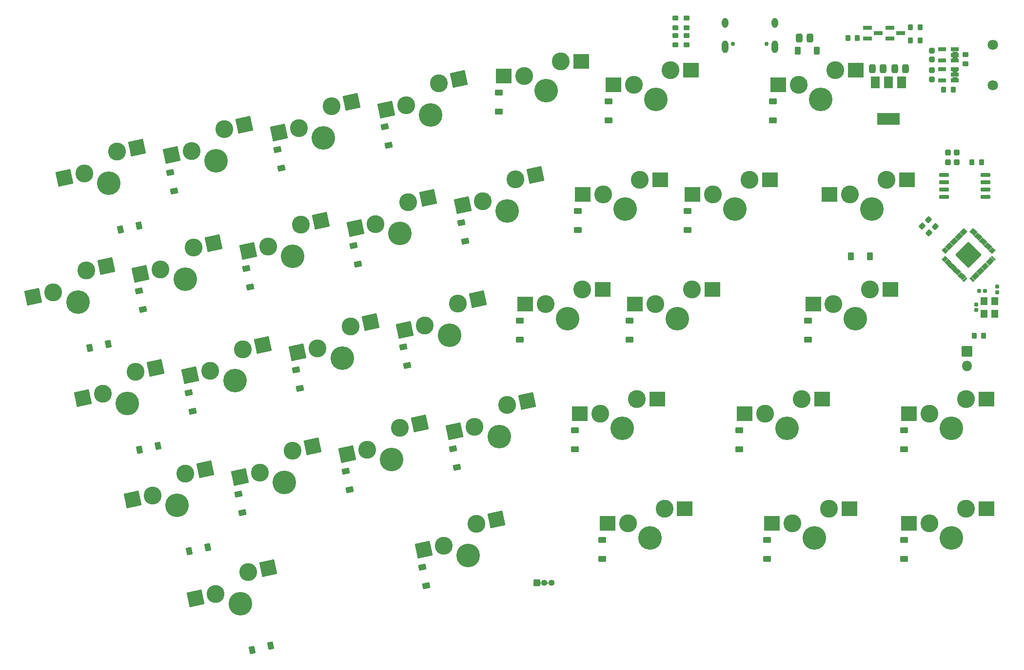
<source format=gbs>
G04 #@! TF.GenerationSoftware,KiCad,Pcbnew,(6.0.10)*
G04 #@! TF.CreationDate,2023-01-02T23:24:36+01:00*
G04 #@! TF.ProjectId,arisu,61726973-752e-46b6-9963-61645f706362,1.1*
G04 #@! TF.SameCoordinates,Original*
G04 #@! TF.FileFunction,Soldermask,Bot*
G04 #@! TF.FilePolarity,Negative*
%FSLAX46Y46*%
G04 Gerber Fmt 4.6, Leading zero omitted, Abs format (unit mm)*
G04 Created by KiCad (PCBNEW (6.0.10)) date 2023-01-02 23:24:36*
%MOMM*%
%LPD*%
G01*
G04 APERTURE LIST*
G04 Aperture macros list*
%AMRoundRect*
0 Rectangle with rounded corners*
0 $1 Rounding radius*
0 $2 $3 $4 $5 $6 $7 $8 $9 X,Y pos of 4 corners*
0 Add a 4 corners polygon primitive as box body*
4,1,4,$2,$3,$4,$5,$6,$7,$8,$9,$2,$3,0*
0 Add four circle primitives for the rounded corners*
1,1,$1+$1,$2,$3*
1,1,$1+$1,$4,$5*
1,1,$1+$1,$6,$7*
1,1,$1+$1,$8,$9*
0 Add four rect primitives between the rounded corners*
20,1,$1+$1,$2,$3,$4,$5,0*
20,1,$1+$1,$4,$5,$6,$7,0*
20,1,$1+$1,$6,$7,$8,$9,0*
20,1,$1+$1,$8,$9,$2,$3,0*%
G04 Aperture macros list end*
%ADD10C,4.102000*%
%ADD11C,3.102000*%
%ADD12C,0.902000*%
%ADD13RoundRect,0.051000X-0.987249X-1.487772X1.507028X-0.957597X0.987249X1.487772X-1.507028X0.957597X0*%
%ADD14RoundRect,0.051000X-1.275000X-1.250000X1.275000X-1.250000X1.275000X1.250000X-1.275000X1.250000X0*%
%ADD15C,1.802000*%
%ADD16RoundRect,0.051000X0.500000X-0.500000X0.500000X0.500000X-0.500000X0.500000X-0.500000X-0.500000X0*%
%ADD17O,1.102000X1.102000*%
%ADD18C,0.752000*%
%ADD19O,1.102000X1.702000*%
%ADD20O,1.102000X2.202000*%
%ADD21RoundRect,0.051000X-0.850000X-0.850000X0.850000X-0.850000X0.850000X0.850000X-0.850000X0.850000X0*%
%ADD22O,1.802000X1.802000*%
%ADD23RoundRect,0.051000X0.600000X-0.450000X0.600000X0.450000X-0.600000X0.450000X-0.600000X-0.450000X0*%
%ADD24RoundRect,0.201000X0.512500X0.150000X-0.512500X0.150000X-0.512500X-0.150000X0.512500X-0.150000X0*%
%ADD25RoundRect,0.051000X0.680449X-0.315419X0.493328X0.564913X-0.680449X0.315419X-0.493328X-0.564913X0*%
%ADD26RoundRect,0.201000X-0.587500X-0.150000X0.587500X-0.150000X0.587500X0.150000X-0.587500X0.150000X0*%
%ADD27RoundRect,0.301000X0.250000X0.475000X-0.250000X0.475000X-0.250000X-0.475000X0.250000X-0.475000X0*%
%ADD28RoundRect,0.251000X-0.335876X-0.053033X-0.053033X-0.335876X0.335876X0.053033X0.053033X0.335876X0*%
%ADD29RoundRect,0.251000X-0.200000X-0.275000X0.200000X-0.275000X0.200000X0.275000X-0.200000X0.275000X0*%
%ADD30RoundRect,0.051000X0.315419X0.680449X-0.564913X0.493328X-0.315419X-0.680449X0.564913X-0.493328X0*%
%ADD31RoundRect,0.051000X0.450000X0.600000X-0.450000X0.600000X-0.450000X-0.600000X0.450000X-0.600000X0*%
%ADD32RoundRect,0.186000X0.135000X0.185000X-0.135000X0.185000X-0.135000X-0.185000X0.135000X-0.185000X0*%
%ADD33RoundRect,0.201000X0.650000X0.150000X-0.650000X0.150000X-0.650000X-0.150000X0.650000X-0.150000X0*%
%ADD34RoundRect,0.251000X-0.275000X0.200000X-0.275000X-0.200000X0.275000X-0.200000X0.275000X0.200000X0*%
%ADD35RoundRect,0.251000X0.200000X0.275000X-0.200000X0.275000X-0.200000X-0.275000X0.200000X-0.275000X0*%
%ADD36RoundRect,0.276000X-0.250000X0.225000X-0.250000X-0.225000X0.250000X-0.225000X0.250000X0.225000X0*%
%ADD37RoundRect,0.051000X-0.500000X0.650000X-0.500000X-0.650000X0.500000X-0.650000X0.500000X0.650000X0*%
%ADD38RoundRect,0.301000X-0.250000X-0.475000X0.250000X-0.475000X0.250000X0.475000X-0.250000X0.475000X0*%
%ADD39RoundRect,0.276000X-0.225000X-0.250000X0.225000X-0.250000X0.225000X0.250000X-0.225000X0.250000X0*%
%ADD40RoundRect,0.191000X0.170000X-0.140000X0.170000X0.140000X-0.170000X0.140000X-0.170000X-0.140000X0*%
%ADD41RoundRect,0.101000X0.238649X0.309359X-0.309359X-0.238649X-0.238649X-0.309359X0.309359X0.238649X0*%
%ADD42RoundRect,0.101000X-0.238649X0.309359X-0.309359X0.238649X0.238649X-0.309359X0.309359X-0.238649X0*%
%ADD43C,0.702000*%
%ADD44RoundRect,0.195000X0.000000X2.059095X-2.059095X0.000000X0.000000X-2.059095X2.059095X0.000000X0*%
%ADD45RoundRect,0.051000X-0.750000X1.000000X-0.750000X-1.000000X0.750000X-1.000000X0.750000X1.000000X0*%
%ADD46RoundRect,0.051000X-1.900000X1.000000X-1.900000X-1.000000X1.900000X-1.000000X1.900000X1.000000X0*%
G04 APERTURE END LIST*
D10*
X318842515Y-92551695D03*
D11*
X314587677Y-90859344D03*
X320270819Y-87054609D03*
D12*
X323026835Y-85783832D03*
X324509409Y-86746627D03*
X324249519Y-85523942D03*
D13*
X323743242Y-86316523D03*
D12*
X323286724Y-87006516D03*
X311824195Y-91998804D03*
X310601511Y-92258693D03*
X311564306Y-90776119D03*
D13*
X311115253Y-91597430D03*
D12*
X310341621Y-91036009D03*
D11*
X265438241Y-42879578D03*
X271121383Y-39074843D03*
D10*
X269693079Y-44571929D03*
D13*
X274593806Y-38336757D03*
D12*
X275359973Y-38766861D03*
X274137288Y-39026750D03*
X273877399Y-37804066D03*
X275100083Y-37544176D03*
X261192185Y-43056243D03*
X262414870Y-42796353D03*
X261452075Y-44278927D03*
X262674759Y-44019038D03*
D13*
X261965817Y-43617664D03*
D10*
X288326790Y-40611208D03*
D11*
X289755094Y-35114122D03*
X284071952Y-38918857D03*
D12*
X292770999Y-35066029D03*
X293733794Y-33583455D03*
X292511110Y-33843345D03*
X293993684Y-34806140D03*
D13*
X293227517Y-34376036D03*
D12*
X279825896Y-39095522D03*
X280085786Y-40318206D03*
X281308470Y-40058317D03*
D13*
X280599528Y-39656943D03*
D12*
X281048581Y-38835632D03*
D11*
X287334846Y-77176509D03*
X293017988Y-73371774D03*
D10*
X291589684Y-78868860D03*
D12*
X295774004Y-72100997D03*
D13*
X296490411Y-72633688D03*
D12*
X296033893Y-73323681D03*
X297256578Y-73063792D03*
X296996688Y-71841107D03*
X284571364Y-78315969D03*
X283088790Y-77353174D03*
D13*
X283862422Y-77914595D03*
D12*
X283348680Y-78575858D03*
X284311475Y-77093284D03*
D11*
X370944213Y-62990001D03*
X364594213Y-65530001D03*
D10*
X368404213Y-68070001D03*
D12*
X375154213Y-63570001D03*
X375154213Y-62320001D03*
X373904213Y-63570001D03*
D14*
X374494213Y-62990001D03*
D12*
X373904213Y-62320001D03*
X361654213Y-66070001D03*
X361654213Y-64820001D03*
X360404213Y-64820001D03*
X360404213Y-66070001D03*
D14*
X361044213Y-65530001D03*
D10*
X281575093Y-100473129D03*
D11*
X283003397Y-94976043D03*
X277320255Y-98780778D03*
D12*
X287241987Y-94668061D03*
X286019302Y-94927950D03*
X285759413Y-93705266D03*
D13*
X286475820Y-94237957D03*
D12*
X286982097Y-93445376D03*
D13*
X273847831Y-99518864D03*
D12*
X273334089Y-100180127D03*
X273074199Y-98957443D03*
X274556773Y-99920238D03*
X274296884Y-98697553D03*
D10*
X359364216Y-49020000D03*
D11*
X361904216Y-43940000D03*
X355554216Y-46480000D03*
D14*
X365454216Y-43940000D03*
D12*
X366114216Y-43270000D03*
X364864216Y-44520000D03*
X366114216Y-44520000D03*
X364864216Y-43270000D03*
D14*
X352004216Y-46480000D03*
D12*
X351364216Y-45770000D03*
X352614216Y-47020000D03*
X352614216Y-45770000D03*
X351364216Y-47020000D03*
D10*
X345674213Y-28469616D03*
D11*
X341864213Y-25929616D03*
X348214213Y-23389616D03*
D12*
X352424213Y-23969616D03*
X352424213Y-22719616D03*
D14*
X351764213Y-23389616D03*
D12*
X351174213Y-23969616D03*
X351174213Y-22719616D03*
X337674213Y-26469616D03*
D14*
X338314213Y-25929616D03*
D12*
X337674213Y-25219616D03*
X338924213Y-26469616D03*
X338924213Y-25219616D03*
D11*
X311651698Y-69411057D03*
X305968556Y-73215792D03*
D10*
X310223394Y-74908143D03*
D12*
X315630398Y-67880390D03*
X315890288Y-69103075D03*
X314667603Y-69362964D03*
D13*
X315124121Y-68672971D03*
D12*
X314407714Y-68140280D03*
X303205074Y-74355252D03*
X301982390Y-74615141D03*
D13*
X302496132Y-73953878D03*
D12*
X302945185Y-73132567D03*
X301722500Y-73392457D03*
D11*
X355069232Y-84580000D03*
X361419232Y-82040000D03*
D10*
X358879232Y-87120000D03*
D12*
X364379232Y-82620000D03*
X365629232Y-81370000D03*
X364379232Y-81370000D03*
D14*
X364969232Y-82040000D03*
D12*
X365629232Y-82620000D03*
D14*
X351519232Y-84580000D03*
D12*
X352129232Y-83870000D03*
X350879232Y-85120000D03*
X350879232Y-83870000D03*
X352129232Y-85120000D03*
D11*
X260082012Y-63493674D03*
D10*
X264336850Y-65186025D03*
D11*
X265765154Y-59688939D03*
D12*
X268781059Y-59640846D03*
X270003744Y-59380957D03*
X269743854Y-58158272D03*
X268521170Y-58418162D03*
D13*
X269237577Y-58950853D03*
X256609588Y-64231760D03*
D12*
X257058641Y-63410449D03*
X256095846Y-64893023D03*
X255835956Y-63670339D03*
X257318530Y-64633134D03*
D11*
X333548418Y-103707941D03*
D10*
X332120114Y-109205027D03*
D11*
X327865276Y-107512676D03*
D12*
X337787008Y-103399959D03*
X337527118Y-102177274D03*
X336304434Y-102437164D03*
X336564323Y-103659848D03*
D13*
X337020841Y-102969855D03*
X324392852Y-108250762D03*
D12*
X325101794Y-108652136D03*
X324841905Y-107429451D03*
X323619220Y-107689341D03*
X323879110Y-108912025D03*
D11*
X321666291Y-47806788D03*
D10*
X320237987Y-53303874D03*
D11*
X315983149Y-51611523D03*
D12*
X324422307Y-46536011D03*
X325644991Y-46276121D03*
D13*
X325138714Y-47068702D03*
D12*
X325904881Y-47498806D03*
X324682196Y-47758695D03*
D13*
X312510725Y-52349609D03*
D12*
X313219667Y-52750983D03*
X311737093Y-51788188D03*
X312959778Y-51528298D03*
X311996983Y-53010872D03*
D10*
X349354213Y-68070002D03*
D11*
X351894213Y-62990002D03*
X345544213Y-65530002D03*
D12*
X356104213Y-62320002D03*
X354854213Y-62320002D03*
D14*
X355444213Y-62990002D03*
D12*
X356104213Y-63570002D03*
X354854213Y-63570002D03*
X342604213Y-66070002D03*
X342604213Y-64820002D03*
X341354213Y-64820002D03*
D14*
X341994213Y-65530002D03*
D12*
X341354213Y-66070002D03*
D11*
X284398866Y-55728220D03*
X278715724Y-59532955D03*
D10*
X282970562Y-61225306D03*
D12*
X287154882Y-54457443D03*
X288377566Y-54197553D03*
D13*
X287871289Y-54990134D03*
D12*
X287414771Y-55680127D03*
X288637456Y-55420238D03*
D13*
X275243300Y-60271041D03*
D12*
X274729558Y-60932304D03*
X274469668Y-59709620D03*
X275692353Y-59449730D03*
X275952242Y-60672415D03*
D11*
X340300002Y-43846069D03*
D10*
X338871698Y-49343155D03*
D11*
X334616860Y-47650804D03*
D12*
X343056018Y-42575292D03*
X343315907Y-43797976D03*
X344278702Y-42315402D03*
X344538592Y-43538087D03*
D13*
X343772425Y-43107983D03*
D12*
X331853378Y-48790264D03*
X331593489Y-47567579D03*
X330630694Y-49050153D03*
X330370804Y-47827469D03*
D13*
X331144436Y-48388890D03*
D10*
X325594212Y-32689775D03*
D11*
X327022516Y-27192689D03*
X321339374Y-30997424D03*
D12*
X331001216Y-25662022D03*
D13*
X330494939Y-26454603D03*
D12*
X329778532Y-25921912D03*
X331261106Y-26884707D03*
X330038421Y-27144596D03*
D13*
X317866950Y-31735510D03*
D12*
X317353208Y-32396773D03*
X318316003Y-30914199D03*
X317093318Y-31174089D03*
X318575892Y-32136884D03*
D10*
X337476226Y-88590979D03*
D11*
X333221388Y-86898628D03*
X338904530Y-83093893D03*
D12*
X342883230Y-81563226D03*
X341920435Y-83045800D03*
X341660546Y-81823116D03*
D13*
X342376953Y-82355807D03*
D12*
X343143120Y-82785911D03*
X330457906Y-88038088D03*
X328975332Y-87075293D03*
X330198017Y-86815403D03*
X329235222Y-88297977D03*
D13*
X329748964Y-87636714D03*
D10*
X328857108Y-70947425D03*
D11*
X330285412Y-65450339D03*
X324602270Y-69255074D03*
D12*
X334264112Y-63919672D03*
D13*
X333757835Y-64712253D03*
D12*
X334524002Y-65142357D03*
X333041428Y-64179562D03*
X333301317Y-65402246D03*
D13*
X321129846Y-69993160D03*
D12*
X320616104Y-70654423D03*
X321578899Y-69171849D03*
X320356214Y-69431739D03*
X321838788Y-70394534D03*
D10*
X306960502Y-36650493D03*
D11*
X302705664Y-34958142D03*
X308388806Y-31153407D03*
D12*
X311144822Y-29882630D03*
X312627396Y-30845425D03*
X312367506Y-29622740D03*
X311404711Y-31105314D03*
D13*
X311861229Y-30415321D03*
D12*
X298719498Y-36357491D03*
D13*
X299233240Y-35696228D03*
D12*
X298459608Y-35134807D03*
X299682293Y-34874917D03*
X299942182Y-36097602D03*
D11*
X303032578Y-51767506D03*
D10*
X301604274Y-57264592D03*
D11*
X297349436Y-55572241D03*
D12*
X305788594Y-50496729D03*
X307271168Y-51459524D03*
D13*
X306505001Y-51029420D03*
D12*
X306048483Y-51719413D03*
X307011278Y-50236839D03*
X293363270Y-56971590D03*
X294585954Y-56711701D03*
X293103380Y-55748906D03*
X294326065Y-55489016D03*
D13*
X293877012Y-56310327D03*
D11*
X274384275Y-77332489D03*
X268701133Y-81137224D03*
D10*
X272955971Y-82829575D03*
D12*
X278362975Y-75801822D03*
X277140291Y-76061712D03*
X278622865Y-77024507D03*
D13*
X277856698Y-76594403D03*
D12*
X277400180Y-77284396D03*
D13*
X265228709Y-81875310D03*
D12*
X264455077Y-81313889D03*
X265937651Y-82276684D03*
X264714967Y-82536573D03*
X265677762Y-81053999D03*
D11*
X295953967Y-94820062D03*
D10*
X300208805Y-96512413D03*
D11*
X301637109Y-91015327D03*
D12*
X305615809Y-89484660D03*
X304393125Y-89744550D03*
D13*
X305109532Y-90277241D03*
D12*
X304653014Y-90967234D03*
X305875699Y-90707345D03*
D13*
X292481543Y-95558148D03*
D12*
X293190485Y-95959522D03*
X291707911Y-94996727D03*
X291967801Y-96219411D03*
X292930596Y-94736837D03*
D11*
X380954215Y-43940000D03*
D10*
X378414215Y-49020000D03*
D11*
X374604215Y-46480000D03*
D12*
X383914215Y-43270000D03*
X385164215Y-44520000D03*
X383914215Y-44520000D03*
D14*
X384504215Y-43940000D03*
D12*
X385164215Y-43270000D03*
X371664215Y-47020000D03*
X370414215Y-47020000D03*
D14*
X371054215Y-46480000D03*
D12*
X371664215Y-45770000D03*
X370414215Y-45770000D03*
D11*
X401900464Y-62990003D03*
X395550464Y-65530003D03*
D10*
X399360464Y-68070003D03*
D12*
X404860464Y-62320003D03*
D14*
X405450464Y-62990003D03*
D12*
X404860464Y-63570003D03*
X406110464Y-62320003D03*
X406110464Y-63570003D03*
D14*
X392000464Y-65530003D03*
D12*
X391360464Y-64820003D03*
X391360464Y-66070003D03*
X392610464Y-66070003D03*
X392610464Y-64820003D03*
D10*
X402234214Y-49020001D03*
D11*
X398424214Y-46480001D03*
X404774214Y-43940001D03*
D12*
X408984214Y-44520001D03*
X407734214Y-43270001D03*
X407734214Y-44520001D03*
D14*
X408324214Y-43940001D03*
D12*
X408984214Y-43270001D03*
X394234214Y-47020001D03*
X394234214Y-45770001D03*
X395484214Y-45770001D03*
X395484214Y-47020001D03*
D14*
X394874214Y-46480001D03*
D11*
X360914212Y-27430003D03*
X367264212Y-24890003D03*
D10*
X364724212Y-29970003D03*
D12*
X370224212Y-25470003D03*
X371474212Y-24220003D03*
X371474212Y-25470003D03*
X370224212Y-24220003D03*
D14*
X370814212Y-24890003D03*
D12*
X357974212Y-26720003D03*
X356724212Y-27970003D03*
X356724212Y-26720003D03*
D14*
X357364212Y-27430003D03*
D12*
X357974212Y-27970003D03*
D10*
X292523479Y-117621540D03*
D11*
X288268641Y-115929189D03*
X293951783Y-112124454D03*
D12*
X298190373Y-111816472D03*
X296707799Y-110853677D03*
X296967688Y-112076361D03*
D13*
X297424206Y-111386368D03*
D12*
X297930483Y-110593787D03*
X285505159Y-117068649D03*
D13*
X284796217Y-116667275D03*
D12*
X285245270Y-115845964D03*
X284282475Y-117328538D03*
X284022585Y-116105854D03*
D11*
X394756732Y-101090000D03*
X388406732Y-103630000D03*
D10*
X392216732Y-106170000D03*
D12*
X398966732Y-100420000D03*
D14*
X398306732Y-101090000D03*
D12*
X398966732Y-101670000D03*
X397716732Y-101670000D03*
X397716732Y-100420000D03*
X385466732Y-104170000D03*
X385466732Y-102920000D03*
X384216732Y-102920000D03*
D14*
X384856732Y-103630000D03*
D12*
X384216732Y-104170000D03*
D15*
X423200000Y-27500000D03*
X423200000Y-20500000D03*
D11*
X418569231Y-82039999D03*
D10*
X416029231Y-87119999D03*
D11*
X412219231Y-84579999D03*
D12*
X421529231Y-82619999D03*
X422779231Y-82619999D03*
X421529231Y-81369999D03*
D14*
X422119231Y-82039999D03*
D12*
X422779231Y-81369999D03*
D14*
X408669231Y-84579999D03*
D12*
X408029231Y-85119999D03*
X408029231Y-83869999D03*
X409279231Y-85119999D03*
X409279231Y-83869999D03*
D11*
X412219231Y-103630000D03*
D10*
X416029231Y-106170000D03*
D11*
X418569231Y-101090000D03*
D12*
X422779231Y-101670000D03*
X422779231Y-100420000D03*
D14*
X422119231Y-101090000D03*
D12*
X421529231Y-100420000D03*
X421529231Y-101670000D03*
D14*
X408669231Y-103630000D03*
D12*
X408029231Y-102920000D03*
X409279231Y-104170000D03*
X409279231Y-102920000D03*
X408029231Y-104170000D03*
D16*
X344000000Y-114000000D03*
D17*
X345270000Y-114000000D03*
X346540000Y-114000000D03*
D18*
X378110000Y-20360021D03*
X383890000Y-20360021D03*
D19*
X376680000Y-16680021D03*
D20*
X376680000Y-20860021D03*
X385320000Y-20860021D03*
D19*
X385320000Y-16680021D03*
D10*
X393299213Y-29970001D03*
D11*
X395839213Y-24890001D03*
X389489213Y-27430001D03*
D12*
X398799213Y-24220001D03*
D14*
X399389213Y-24890001D03*
D12*
X400049213Y-25470001D03*
X398799213Y-25470001D03*
X400049213Y-24220001D03*
X386549213Y-26720001D03*
X386549213Y-27970001D03*
X385299213Y-27970001D03*
X385299213Y-26720001D03*
D14*
X385939213Y-27430001D03*
D10*
X387454234Y-87119999D03*
D11*
X389994234Y-82039999D03*
X383644234Y-84579999D03*
D12*
X394204234Y-82619999D03*
X392954234Y-81369999D03*
X392954234Y-82619999D03*
D14*
X393544234Y-82039999D03*
D12*
X394204234Y-81369999D03*
X380704234Y-83869999D03*
X379454234Y-83869999D03*
X380704234Y-85119999D03*
D14*
X380094234Y-84579999D03*
D12*
X379454234Y-85119999D03*
D11*
X366181733Y-101090001D03*
X359831733Y-103630001D03*
D10*
X363641733Y-106170001D03*
D12*
X369141733Y-100420001D03*
X370391733Y-100420001D03*
D14*
X369731733Y-101090001D03*
D12*
X370391733Y-101670001D03*
X369141733Y-101670001D03*
X356891733Y-104170001D03*
X355641733Y-102920001D03*
D14*
X356281733Y-103630001D03*
D12*
X355641733Y-104170001D03*
X356891733Y-102920001D03*
D21*
X418689999Y-73725001D03*
D22*
X418689999Y-76265001D03*
D23*
X391110465Y-71720001D03*
X391110465Y-68420001D03*
D24*
X416637500Y-24749997D03*
X416637500Y-25699997D03*
X416637500Y-26649997D03*
X414362500Y-26649997D03*
X414362500Y-24749997D03*
D25*
X292897966Y-101797920D03*
X292211858Y-98570032D03*
D23*
X350629232Y-90770000D03*
X350629232Y-87470000D03*
D25*
X299649663Y-41936004D03*
X298963555Y-38708116D03*
D26*
X405299996Y-19399999D03*
X405299996Y-17499999D03*
X407174996Y-18449999D03*
D23*
X355391731Y-109819999D03*
X355391731Y-106519999D03*
D26*
X401399998Y-19399999D03*
X401399998Y-17499999D03*
X403274998Y-18449999D03*
D27*
X408054214Y-24675000D03*
X406154214Y-24675000D03*
D25*
X294293432Y-62550100D03*
X293607324Y-59322212D03*
D23*
X385049213Y-33620002D03*
X385049213Y-30320002D03*
X407779232Y-90770000D03*
X407779232Y-87470000D03*
D25*
X275659723Y-66510819D03*
X274973615Y-63282931D03*
D28*
X412052675Y-50901203D03*
X413219401Y-52067929D03*
D29*
X414675000Y-28250000D03*
X416325000Y-28250000D03*
D30*
X286860604Y-107783969D03*
X283632716Y-108470077D03*
D29*
X408912497Y-17450001D03*
X410562497Y-17450001D03*
D31*
X392650000Y-21500000D03*
X389350000Y-21500000D03*
D25*
X311531677Y-97837204D03*
X310845569Y-94609316D03*
D23*
X370164214Y-52670001D03*
X370164214Y-49370001D03*
D32*
X421837211Y-63271573D03*
X420817211Y-63271573D03*
D33*
X421892891Y-43074187D03*
X421892891Y-44344187D03*
X421892891Y-45614187D03*
X421892891Y-46884187D03*
X414692891Y-46884187D03*
X414692891Y-45614187D03*
X414692891Y-44344187D03*
X414692891Y-43074187D03*
D23*
X379204232Y-90770000D03*
X379204232Y-87470000D03*
D34*
X368070711Y-18879289D03*
X368070711Y-20529289D03*
D35*
X421600000Y-71000000D03*
X419950000Y-71000000D03*
D36*
X412600000Y-21475004D03*
X412600000Y-23025004D03*
D25*
X321546266Y-76232934D03*
X320860158Y-73005046D03*
D23*
X337424213Y-32119617D03*
X337424213Y-28819617D03*
D27*
X404154214Y-24675001D03*
X402254214Y-24675001D03*
D28*
X410921303Y-52032576D03*
X412088029Y-53199302D03*
D34*
X368070710Y-15879289D03*
X368070710Y-17529289D03*
D30*
X297808990Y-124932380D03*
X294581102Y-125618488D03*
D25*
X302912555Y-80193654D03*
X302226447Y-76965766D03*
X330165387Y-93876487D03*
X329479279Y-90648599D03*
D23*
X351114214Y-52670004D03*
X351114214Y-49370004D03*
D25*
X318283373Y-37975284D03*
X317597265Y-34747396D03*
X331560859Y-54628665D03*
X330874751Y-51400777D03*
D30*
X274978590Y-51882769D03*
X271750702Y-52568877D03*
D37*
X423500000Y-65000000D03*
X423500000Y-67200000D03*
X421700000Y-67200000D03*
X421700000Y-65000000D03*
D23*
X360154212Y-71720001D03*
X360154212Y-68420001D03*
X407779232Y-109819999D03*
X407779232Y-106519999D03*
D36*
X412600000Y-24925000D03*
X412600000Y-26475000D03*
D25*
X284278842Y-84154372D03*
X283592734Y-80926484D03*
D29*
X398012499Y-19300000D03*
X399662499Y-19300000D03*
D38*
X389550000Y-19300000D03*
X391450000Y-19300000D03*
D39*
X415396571Y-40877965D03*
X416946571Y-40877965D03*
D25*
X324809275Y-114490539D03*
X324123167Y-111262651D03*
D24*
X416637500Y-21300000D03*
X416637500Y-22250000D03*
X416637500Y-23200000D03*
X414362500Y-23200000D03*
X414362500Y-21300000D03*
D40*
X424000000Y-63480000D03*
X424000000Y-62520000D03*
D34*
X418500000Y-22175000D03*
X418500000Y-23825000D03*
D23*
X341104212Y-71720003D03*
X341104212Y-68420003D03*
D41*
X419592202Y-52730843D03*
X419875045Y-53013686D03*
X420157887Y-53296528D03*
X420440730Y-53579371D03*
X420723573Y-53862214D03*
X421006415Y-54145056D03*
X421289258Y-54427899D03*
X421572101Y-54710742D03*
X421854944Y-54993585D03*
X422137786Y-55276427D03*
X422420629Y-55559270D03*
X422703472Y-55842113D03*
X422986314Y-56124955D03*
X423269157Y-56407798D03*
D42*
X423269157Y-57592202D03*
X422986314Y-57875045D03*
X422703472Y-58157887D03*
X422420629Y-58440730D03*
X422137786Y-58723573D03*
X421854944Y-59006415D03*
X421572101Y-59289258D03*
X421289258Y-59572101D03*
X421006415Y-59854944D03*
X420723573Y-60137786D03*
X420440730Y-60420629D03*
X420157887Y-60703472D03*
X419875045Y-60986314D03*
X419592202Y-61269157D03*
D41*
X418407798Y-61269157D03*
X418124955Y-60986314D03*
X417842113Y-60703472D03*
X417559270Y-60420629D03*
X417276427Y-60137786D03*
X416993585Y-59854944D03*
X416710742Y-59572101D03*
X416427899Y-59289258D03*
X416145056Y-59006415D03*
X415862214Y-58723573D03*
X415579371Y-58440730D03*
X415296528Y-58157887D03*
X415013686Y-57875045D03*
X414730843Y-57592202D03*
D42*
X414730843Y-56407798D03*
X415013686Y-56124955D03*
X415296528Y-55842113D03*
X415579371Y-55559270D03*
X415862214Y-55276427D03*
X416145056Y-54993585D03*
X416427899Y-54710742D03*
X416710742Y-54427899D03*
X416993585Y-54145056D03*
X417276427Y-53862214D03*
X417559270Y-53579371D03*
X417842113Y-53296528D03*
X418124955Y-53013686D03*
X418407798Y-52730843D03*
D43*
X420803122Y-57000000D03*
X417196878Y-57000000D03*
D44*
X419000000Y-57000000D03*
D43*
X419901561Y-56098439D03*
X419901561Y-57901561D03*
X418098439Y-57901561D03*
X419000000Y-55196878D03*
X418098439Y-56098439D03*
X419000000Y-57000000D03*
X419000000Y-58803122D03*
D29*
X408912500Y-19699999D03*
X410562500Y-19699999D03*
D23*
X356474213Y-33620000D03*
X356474213Y-30320000D03*
D29*
X419589213Y-40877968D03*
X421239213Y-40877968D03*
D45*
X402804214Y-27024999D03*
X405104214Y-27024999D03*
D46*
X405104214Y-33324999D03*
D45*
X407404214Y-27024999D03*
D34*
X370070712Y-15879291D03*
X370070712Y-17529291D03*
D40*
X420337257Y-66580001D03*
X420337257Y-65620001D03*
D34*
X370070710Y-18879289D03*
X370070710Y-20529289D03*
D31*
X401884214Y-57270001D03*
X398584214Y-57270001D03*
D30*
X278241482Y-90140415D03*
X275013594Y-90826523D03*
D25*
X312927146Y-58589385D03*
X312241038Y-55361497D03*
X281015949Y-45896721D03*
X280329841Y-42668833D03*
D39*
X415396571Y-39180908D03*
X416946571Y-39180908D03*
D30*
X269622361Y-72496865D03*
X266394473Y-73182973D03*
D23*
X383966732Y-109820001D03*
X383966732Y-106520001D03*
G36*
X344552919Y-113677494D02*
G01*
X344572595Y-113744506D01*
X344624938Y-113789861D01*
X344693491Y-113799718D01*
X344756647Y-113770875D01*
X344776702Y-113748677D01*
X344786422Y-113734846D01*
X344788236Y-113734004D01*
X344789872Y-113735154D01*
X344789906Y-113736761D01*
X344739724Y-113857913D01*
X344721017Y-114000000D01*
X344739724Y-114142087D01*
X344787659Y-114257814D01*
X344787398Y-114259797D01*
X344785550Y-114260562D01*
X344784151Y-114259694D01*
X344778251Y-114250913D01*
X344724761Y-114206448D01*
X344656020Y-114197997D01*
X344593623Y-114228051D01*
X344557294Y-114287209D01*
X344552982Y-114319541D01*
X344551762Y-114321126D01*
X344549780Y-114320862D01*
X344549000Y-114319277D01*
X344549000Y-113678057D01*
X344550000Y-113676325D01*
X344552000Y-113676325D01*
X344552919Y-113677494D01*
G37*
G36*
X345792126Y-113827952D02*
G01*
X345831629Y-113880254D01*
X345896626Y-113904179D01*
X345964236Y-113889167D01*
X346012969Y-113840016D01*
X346014898Y-113839490D01*
X346016319Y-113840898D01*
X346016237Y-113842189D01*
X346009724Y-113857913D01*
X345991017Y-114000000D01*
X346009724Y-114142087D01*
X346021686Y-114170967D01*
X346021425Y-114172950D01*
X346019577Y-114173715D01*
X346018230Y-114172921D01*
X345979662Y-114120731D01*
X345914921Y-114096125D01*
X345847156Y-114110428D01*
X345797713Y-114159262D01*
X345795980Y-114162906D01*
X345794333Y-114164041D01*
X345792527Y-114163182D01*
X345792326Y-114161282D01*
X345800276Y-114142087D01*
X345818983Y-114000000D01*
X345800276Y-113857913D01*
X345788682Y-113829922D01*
X345788943Y-113827939D01*
X345790791Y-113827174D01*
X345792126Y-113827952D01*
G37*
G36*
X419467229Y-60752319D02*
G01*
X419467872Y-60753433D01*
X419474259Y-60785538D01*
X419495822Y-60817809D01*
X420043550Y-61365537D01*
X420075821Y-61387100D01*
X420107926Y-61393487D01*
X420109430Y-61394806D01*
X420109040Y-61396768D01*
X420107926Y-61397411D01*
X420101544Y-61398680D01*
X420039928Y-61430910D01*
X420004565Y-61495673D01*
X420003299Y-61502038D01*
X420001980Y-61503542D01*
X420000018Y-61503152D01*
X419999375Y-61502038D01*
X419992988Y-61469933D01*
X419971425Y-61437662D01*
X419423697Y-60889934D01*
X419391426Y-60868371D01*
X419359321Y-60861984D01*
X419357817Y-60860665D01*
X419358207Y-60858703D01*
X419359321Y-60858060D01*
X419365703Y-60856791D01*
X419427319Y-60824561D01*
X419462682Y-60759798D01*
X419463948Y-60753433D01*
X419465267Y-60751929D01*
X419467229Y-60752319D01*
G37*
G36*
X418535409Y-60752319D02*
G01*
X418536052Y-60753433D01*
X418537321Y-60759815D01*
X418569551Y-60821431D01*
X418634314Y-60856794D01*
X418640679Y-60858060D01*
X418642183Y-60859379D01*
X418641793Y-60861341D01*
X418640679Y-60861984D01*
X418608574Y-60868371D01*
X418576303Y-60889934D01*
X418028575Y-61437662D01*
X418007012Y-61469933D01*
X418000625Y-61502038D01*
X417999306Y-61503542D01*
X417997344Y-61503152D01*
X417996701Y-61502038D01*
X417995432Y-61495656D01*
X417963202Y-61434040D01*
X417898439Y-61398677D01*
X417892074Y-61397411D01*
X417890570Y-61396092D01*
X417890960Y-61394130D01*
X417892074Y-61393487D01*
X417924179Y-61387100D01*
X417956450Y-61365537D01*
X418504178Y-60817809D01*
X418525741Y-60785538D01*
X418532128Y-60753433D01*
X418533447Y-60751929D01*
X418535409Y-60752319D01*
G37*
G36*
X419750071Y-60469477D02*
G01*
X419750714Y-60470591D01*
X419757101Y-60502696D01*
X419778664Y-60534967D01*
X420326392Y-61082695D01*
X420358663Y-61104258D01*
X420390768Y-61110645D01*
X420392272Y-61111964D01*
X420391882Y-61113926D01*
X420390768Y-61114569D01*
X420384387Y-61115838D01*
X420322771Y-61148068D01*
X420287408Y-61212831D01*
X420286142Y-61219195D01*
X420284823Y-61220699D01*
X420282861Y-61220309D01*
X420282218Y-61219195D01*
X420275831Y-61187090D01*
X420254268Y-61154819D01*
X419706540Y-60607091D01*
X419674269Y-60585528D01*
X419642164Y-60579141D01*
X419640660Y-60577822D01*
X419641050Y-60575860D01*
X419642164Y-60575217D01*
X419648545Y-60573948D01*
X419710161Y-60541718D01*
X419745524Y-60476955D01*
X419746790Y-60470591D01*
X419748109Y-60469087D01*
X419750071Y-60469477D01*
G37*
G36*
X418252567Y-60469477D02*
G01*
X418253210Y-60470591D01*
X418254479Y-60476972D01*
X418286709Y-60538588D01*
X418351472Y-60573951D01*
X418357836Y-60575217D01*
X418359340Y-60576536D01*
X418358950Y-60578498D01*
X418357836Y-60579141D01*
X418325731Y-60585528D01*
X418293460Y-60607091D01*
X417745732Y-61154819D01*
X417724169Y-61187090D01*
X417717782Y-61219195D01*
X417716463Y-61220699D01*
X417714501Y-61220309D01*
X417713858Y-61219195D01*
X417712589Y-61212814D01*
X417680359Y-61151198D01*
X417615596Y-61115835D01*
X417609232Y-61114569D01*
X417607728Y-61113250D01*
X417608118Y-61111288D01*
X417609232Y-61110645D01*
X417641337Y-61104258D01*
X417673608Y-61082695D01*
X418221336Y-60534967D01*
X418242899Y-60502696D01*
X418249286Y-60470591D01*
X418250605Y-60469087D01*
X418252567Y-60469477D01*
G37*
G36*
X417969724Y-60186634D02*
G01*
X417970367Y-60187748D01*
X417971636Y-60194130D01*
X418003866Y-60255746D01*
X418068629Y-60291109D01*
X418074994Y-60292375D01*
X418076498Y-60293694D01*
X418076108Y-60295656D01*
X418074994Y-60296299D01*
X418042889Y-60302686D01*
X418010618Y-60324249D01*
X417462890Y-60871977D01*
X417441327Y-60904248D01*
X417434940Y-60936353D01*
X417433621Y-60937857D01*
X417431659Y-60937467D01*
X417431016Y-60936353D01*
X417429747Y-60929971D01*
X417397517Y-60868355D01*
X417332754Y-60832992D01*
X417326389Y-60831726D01*
X417324885Y-60830407D01*
X417325275Y-60828445D01*
X417326389Y-60827802D01*
X417358494Y-60821415D01*
X417390765Y-60799852D01*
X417938493Y-60252124D01*
X417960056Y-60219853D01*
X417966443Y-60187748D01*
X417967762Y-60186244D01*
X417969724Y-60186634D01*
G37*
G36*
X420032914Y-60186634D02*
G01*
X420033557Y-60187748D01*
X420039944Y-60219853D01*
X420061507Y-60252124D01*
X420609235Y-60799852D01*
X420641506Y-60821415D01*
X420673611Y-60827802D01*
X420675115Y-60829121D01*
X420674725Y-60831083D01*
X420673611Y-60831726D01*
X420667229Y-60832995D01*
X420605613Y-60865225D01*
X420570250Y-60929988D01*
X420568984Y-60936353D01*
X420567665Y-60937857D01*
X420565703Y-60937467D01*
X420565060Y-60936353D01*
X420558673Y-60904248D01*
X420537110Y-60871977D01*
X419989382Y-60324249D01*
X419957111Y-60302686D01*
X419925006Y-60296299D01*
X419923502Y-60294980D01*
X419923892Y-60293018D01*
X419925006Y-60292375D01*
X419931388Y-60291106D01*
X419993004Y-60258876D01*
X420028367Y-60194113D01*
X420029633Y-60187748D01*
X420030952Y-60186244D01*
X420032914Y-60186634D01*
G37*
G36*
X420315757Y-59903791D02*
G01*
X420316400Y-59904905D01*
X420322787Y-59937010D01*
X420344350Y-59969281D01*
X420892078Y-60517009D01*
X420924349Y-60538572D01*
X420956454Y-60544959D01*
X420957958Y-60546278D01*
X420957568Y-60548240D01*
X420956454Y-60548883D01*
X420950072Y-60550152D01*
X420888456Y-60582382D01*
X420853093Y-60647145D01*
X420851827Y-60653510D01*
X420850508Y-60655014D01*
X420848546Y-60654624D01*
X420847903Y-60653510D01*
X420841516Y-60621405D01*
X420819953Y-60589134D01*
X420272225Y-60041406D01*
X420239954Y-60019843D01*
X420207849Y-60013456D01*
X420206345Y-60012137D01*
X420206735Y-60010175D01*
X420207849Y-60009532D01*
X420214231Y-60008263D01*
X420275847Y-59976033D01*
X420311210Y-59911270D01*
X420312476Y-59904905D01*
X420313795Y-59903401D01*
X420315757Y-59903791D01*
G37*
G36*
X417686881Y-59903791D02*
G01*
X417687524Y-59904905D01*
X417688793Y-59911287D01*
X417721023Y-59972903D01*
X417785786Y-60008266D01*
X417792151Y-60009532D01*
X417793655Y-60010851D01*
X417793265Y-60012813D01*
X417792151Y-60013456D01*
X417760046Y-60019843D01*
X417727775Y-60041406D01*
X417180047Y-60589134D01*
X417158484Y-60621405D01*
X417152097Y-60653510D01*
X417150778Y-60655014D01*
X417148816Y-60654624D01*
X417148173Y-60653510D01*
X417146904Y-60647128D01*
X417114674Y-60585512D01*
X417049911Y-60550149D01*
X417043546Y-60548883D01*
X417042042Y-60547564D01*
X417042432Y-60545602D01*
X417043546Y-60544959D01*
X417075651Y-60538572D01*
X417107922Y-60517009D01*
X417655650Y-59969281D01*
X417677213Y-59937010D01*
X417683600Y-59904905D01*
X417684919Y-59903401D01*
X417686881Y-59903791D01*
G37*
G36*
X417404039Y-59620949D02*
G01*
X417404682Y-59622063D01*
X417405951Y-59628444D01*
X417438181Y-59690060D01*
X417502944Y-59725423D01*
X417509308Y-59726689D01*
X417510812Y-59728008D01*
X417510422Y-59729970D01*
X417509308Y-59730613D01*
X417477203Y-59737000D01*
X417444932Y-59758563D01*
X416897204Y-60306291D01*
X416875641Y-60338562D01*
X416869254Y-60370667D01*
X416867935Y-60372171D01*
X416865973Y-60371781D01*
X416865330Y-60370667D01*
X416864061Y-60364286D01*
X416831831Y-60302670D01*
X416767068Y-60267307D01*
X416760704Y-60266041D01*
X416759200Y-60264722D01*
X416759590Y-60262760D01*
X416760704Y-60262117D01*
X416792809Y-60255730D01*
X416825080Y-60234167D01*
X417372808Y-59686439D01*
X417394371Y-59654168D01*
X417400758Y-59622063D01*
X417402077Y-59620559D01*
X417404039Y-59620949D01*
G37*
G36*
X420598599Y-59620949D02*
G01*
X420599242Y-59622063D01*
X420605629Y-59654168D01*
X420627192Y-59686439D01*
X421174920Y-60234167D01*
X421207191Y-60255730D01*
X421239296Y-60262117D01*
X421240800Y-60263436D01*
X421240410Y-60265398D01*
X421239296Y-60266041D01*
X421232915Y-60267310D01*
X421171299Y-60299540D01*
X421135936Y-60364303D01*
X421134670Y-60370667D01*
X421133351Y-60372171D01*
X421131389Y-60371781D01*
X421130746Y-60370667D01*
X421124359Y-60338562D01*
X421102796Y-60306291D01*
X420555068Y-59758563D01*
X420522797Y-59737000D01*
X420490692Y-59730613D01*
X420489188Y-59729294D01*
X420489578Y-59727332D01*
X420490692Y-59726689D01*
X420497073Y-59725420D01*
X420558689Y-59693190D01*
X420594052Y-59628427D01*
X420595318Y-59622063D01*
X420596637Y-59620559D01*
X420598599Y-59620949D01*
G37*
G36*
X417121196Y-59338106D02*
G01*
X417121839Y-59339220D01*
X417123108Y-59345602D01*
X417155338Y-59407218D01*
X417220101Y-59442581D01*
X417226466Y-59443847D01*
X417227970Y-59445166D01*
X417227580Y-59447128D01*
X417226466Y-59447771D01*
X417194361Y-59454158D01*
X417162090Y-59475721D01*
X416614362Y-60023449D01*
X416592799Y-60055720D01*
X416586412Y-60087825D01*
X416585093Y-60089329D01*
X416583131Y-60088939D01*
X416582488Y-60087825D01*
X416581219Y-60081443D01*
X416548989Y-60019827D01*
X416484226Y-59984464D01*
X416477861Y-59983198D01*
X416476357Y-59981879D01*
X416476747Y-59979917D01*
X416477861Y-59979274D01*
X416509966Y-59972887D01*
X416542237Y-59951324D01*
X417089965Y-59403596D01*
X417111528Y-59371325D01*
X417117915Y-59339220D01*
X417119234Y-59337716D01*
X417121196Y-59338106D01*
G37*
G36*
X420881442Y-59338106D02*
G01*
X420882085Y-59339220D01*
X420888472Y-59371325D01*
X420910035Y-59403596D01*
X421457763Y-59951324D01*
X421490034Y-59972887D01*
X421522139Y-59979274D01*
X421523643Y-59980593D01*
X421523253Y-59982555D01*
X421522139Y-59983198D01*
X421515757Y-59984467D01*
X421454141Y-60016697D01*
X421418778Y-60081460D01*
X421417512Y-60087825D01*
X421416193Y-60089329D01*
X421414231Y-60088939D01*
X421413588Y-60087825D01*
X421407201Y-60055720D01*
X421385638Y-60023449D01*
X420837910Y-59475721D01*
X420805639Y-59454158D01*
X420773534Y-59447771D01*
X420772030Y-59446452D01*
X420772420Y-59444490D01*
X420773534Y-59443847D01*
X420779916Y-59442578D01*
X420841532Y-59410348D01*
X420876895Y-59345585D01*
X420878161Y-59339220D01*
X420879480Y-59337716D01*
X420881442Y-59338106D01*
G37*
G36*
X416838353Y-59055263D02*
G01*
X416838996Y-59056377D01*
X416840265Y-59062759D01*
X416872495Y-59124375D01*
X416937258Y-59159738D01*
X416943623Y-59161004D01*
X416945127Y-59162323D01*
X416944737Y-59164285D01*
X416943623Y-59164928D01*
X416911518Y-59171315D01*
X416879247Y-59192878D01*
X416331519Y-59740606D01*
X416309956Y-59772877D01*
X416303569Y-59804982D01*
X416302250Y-59806486D01*
X416300288Y-59806096D01*
X416299645Y-59804982D01*
X416298376Y-59798600D01*
X416266146Y-59736984D01*
X416201383Y-59701621D01*
X416195018Y-59700355D01*
X416193514Y-59699036D01*
X416193904Y-59697074D01*
X416195018Y-59696431D01*
X416227123Y-59690044D01*
X416259394Y-59668481D01*
X416807122Y-59120753D01*
X416828685Y-59088482D01*
X416835072Y-59056377D01*
X416836391Y-59054873D01*
X416838353Y-59055263D01*
G37*
G36*
X421164285Y-59055263D02*
G01*
X421164928Y-59056377D01*
X421171315Y-59088482D01*
X421192878Y-59120753D01*
X421740606Y-59668481D01*
X421772877Y-59690044D01*
X421804982Y-59696431D01*
X421806486Y-59697750D01*
X421806096Y-59699712D01*
X421804982Y-59700355D01*
X421798600Y-59701624D01*
X421736984Y-59733854D01*
X421701621Y-59798617D01*
X421700355Y-59804982D01*
X421699036Y-59806486D01*
X421697074Y-59806096D01*
X421696431Y-59804982D01*
X421690044Y-59772877D01*
X421668481Y-59740606D01*
X421120753Y-59192878D01*
X421088482Y-59171315D01*
X421056377Y-59164928D01*
X421054873Y-59163609D01*
X421055263Y-59161647D01*
X421056377Y-59161004D01*
X421062759Y-59159735D01*
X421124375Y-59127505D01*
X421159738Y-59062742D01*
X421161004Y-59056377D01*
X421162323Y-59054873D01*
X421164285Y-59055263D01*
G37*
G36*
X416555510Y-58772420D02*
G01*
X416556153Y-58773534D01*
X416557422Y-58779916D01*
X416589652Y-58841532D01*
X416654415Y-58876895D01*
X416660780Y-58878161D01*
X416662284Y-58879480D01*
X416661894Y-58881442D01*
X416660780Y-58882085D01*
X416628675Y-58888472D01*
X416596404Y-58910035D01*
X416048676Y-59457763D01*
X416027113Y-59490034D01*
X416020726Y-59522139D01*
X416019407Y-59523643D01*
X416017445Y-59523253D01*
X416016802Y-59522139D01*
X416015533Y-59515757D01*
X415983303Y-59454141D01*
X415918540Y-59418778D01*
X415912175Y-59417512D01*
X415910671Y-59416193D01*
X415911061Y-59414231D01*
X415912175Y-59413588D01*
X415944280Y-59407201D01*
X415976551Y-59385638D01*
X416524279Y-58837910D01*
X416545842Y-58805639D01*
X416552229Y-58773534D01*
X416553548Y-58772030D01*
X416555510Y-58772420D01*
G37*
G36*
X421447128Y-58772420D02*
G01*
X421447771Y-58773534D01*
X421454158Y-58805639D01*
X421475721Y-58837910D01*
X422023449Y-59385638D01*
X422055720Y-59407201D01*
X422087825Y-59413588D01*
X422089329Y-59414907D01*
X422088939Y-59416869D01*
X422087825Y-59417512D01*
X422081443Y-59418781D01*
X422019827Y-59451011D01*
X421984464Y-59515774D01*
X421983198Y-59522139D01*
X421981879Y-59523643D01*
X421979917Y-59523253D01*
X421979274Y-59522139D01*
X421972887Y-59490034D01*
X421951324Y-59457763D01*
X421403596Y-58910035D01*
X421371325Y-58888472D01*
X421339220Y-58882085D01*
X421337716Y-58880766D01*
X421338106Y-58878804D01*
X421339220Y-58878161D01*
X421345602Y-58876892D01*
X421407218Y-58844662D01*
X421442581Y-58779899D01*
X421443847Y-58773534D01*
X421445166Y-58772030D01*
X421447128Y-58772420D01*
G37*
G36*
X416272668Y-58489578D02*
G01*
X416273311Y-58490692D01*
X416274580Y-58497073D01*
X416306810Y-58558689D01*
X416371573Y-58594052D01*
X416377937Y-58595318D01*
X416379441Y-58596637D01*
X416379051Y-58598599D01*
X416377937Y-58599242D01*
X416345832Y-58605629D01*
X416313561Y-58627192D01*
X415765833Y-59174920D01*
X415744270Y-59207191D01*
X415737883Y-59239296D01*
X415736564Y-59240800D01*
X415734602Y-59240410D01*
X415733959Y-59239296D01*
X415732690Y-59232915D01*
X415700460Y-59171299D01*
X415635697Y-59135936D01*
X415629333Y-59134670D01*
X415627829Y-59133351D01*
X415628219Y-59131389D01*
X415629333Y-59130746D01*
X415661438Y-59124359D01*
X415693709Y-59102796D01*
X416241437Y-58555068D01*
X416263000Y-58522797D01*
X416269387Y-58490692D01*
X416270706Y-58489188D01*
X416272668Y-58489578D01*
G37*
G36*
X421729970Y-58489578D02*
G01*
X421730613Y-58490692D01*
X421737000Y-58522797D01*
X421758563Y-58555068D01*
X422306291Y-59102796D01*
X422338562Y-59124359D01*
X422370667Y-59130746D01*
X422372171Y-59132065D01*
X422371781Y-59134027D01*
X422370667Y-59134670D01*
X422364286Y-59135939D01*
X422302670Y-59168169D01*
X422267307Y-59232932D01*
X422266041Y-59239296D01*
X422264722Y-59240800D01*
X422262760Y-59240410D01*
X422262117Y-59239296D01*
X422255730Y-59207191D01*
X422234167Y-59174920D01*
X421686439Y-58627192D01*
X421654168Y-58605629D01*
X421622063Y-58599242D01*
X421620559Y-58597923D01*
X421620949Y-58595961D01*
X421622063Y-58595318D01*
X421628444Y-58594049D01*
X421690060Y-58561819D01*
X421725423Y-58497056D01*
X421726689Y-58490692D01*
X421728008Y-58489188D01*
X421729970Y-58489578D01*
G37*
G36*
X422012813Y-58206735D02*
G01*
X422013456Y-58207849D01*
X422019843Y-58239954D01*
X422041406Y-58272225D01*
X422589134Y-58819953D01*
X422621405Y-58841516D01*
X422653510Y-58847903D01*
X422655014Y-58849222D01*
X422654624Y-58851184D01*
X422653510Y-58851827D01*
X422647128Y-58853096D01*
X422585512Y-58885326D01*
X422550149Y-58950089D01*
X422548883Y-58956454D01*
X422547564Y-58957958D01*
X422545602Y-58957568D01*
X422544959Y-58956454D01*
X422538572Y-58924349D01*
X422517009Y-58892078D01*
X421969281Y-58344350D01*
X421937010Y-58322787D01*
X421904905Y-58316400D01*
X421903401Y-58315081D01*
X421903791Y-58313119D01*
X421904905Y-58312476D01*
X421911287Y-58311207D01*
X421972903Y-58278977D01*
X422008266Y-58214214D01*
X422009532Y-58207849D01*
X422010851Y-58206345D01*
X422012813Y-58206735D01*
G37*
G36*
X415989825Y-58206735D02*
G01*
X415990468Y-58207849D01*
X415991737Y-58214231D01*
X416023967Y-58275847D01*
X416088730Y-58311210D01*
X416095095Y-58312476D01*
X416096599Y-58313795D01*
X416096209Y-58315757D01*
X416095095Y-58316400D01*
X416062990Y-58322787D01*
X416030719Y-58344350D01*
X415482991Y-58892078D01*
X415461428Y-58924349D01*
X415455041Y-58956454D01*
X415453722Y-58957958D01*
X415451760Y-58957568D01*
X415451117Y-58956454D01*
X415449848Y-58950072D01*
X415417618Y-58888456D01*
X415352855Y-58853093D01*
X415346490Y-58851827D01*
X415344986Y-58850508D01*
X415345376Y-58848546D01*
X415346490Y-58847903D01*
X415378595Y-58841516D01*
X415410866Y-58819953D01*
X415958594Y-58272225D01*
X415980157Y-58239954D01*
X415986544Y-58207849D01*
X415987863Y-58206345D01*
X415989825Y-58206735D01*
G37*
G36*
X415706982Y-57923892D02*
G01*
X415707625Y-57925006D01*
X415708894Y-57931388D01*
X415741124Y-57993004D01*
X415805887Y-58028367D01*
X415812252Y-58029633D01*
X415813756Y-58030952D01*
X415813366Y-58032914D01*
X415812252Y-58033557D01*
X415780147Y-58039944D01*
X415747876Y-58061507D01*
X415200148Y-58609235D01*
X415178585Y-58641506D01*
X415172198Y-58673611D01*
X415170879Y-58675115D01*
X415168917Y-58674725D01*
X415168274Y-58673611D01*
X415167005Y-58667229D01*
X415134775Y-58605613D01*
X415070012Y-58570250D01*
X415063647Y-58568984D01*
X415062143Y-58567665D01*
X415062533Y-58565703D01*
X415063647Y-58565060D01*
X415095752Y-58558673D01*
X415128023Y-58537110D01*
X415675751Y-57989382D01*
X415697314Y-57957111D01*
X415703701Y-57925006D01*
X415705020Y-57923502D01*
X415706982Y-57923892D01*
G37*
G36*
X422295656Y-57923892D02*
G01*
X422296299Y-57925006D01*
X422302686Y-57957111D01*
X422324249Y-57989382D01*
X422871977Y-58537110D01*
X422904248Y-58558673D01*
X422936353Y-58565060D01*
X422937857Y-58566379D01*
X422937467Y-58568341D01*
X422936353Y-58568984D01*
X422929971Y-58570253D01*
X422868355Y-58602483D01*
X422832992Y-58667246D01*
X422831726Y-58673611D01*
X422830407Y-58675115D01*
X422828445Y-58674725D01*
X422827802Y-58673611D01*
X422821415Y-58641506D01*
X422799852Y-58609235D01*
X422252124Y-58061507D01*
X422219853Y-58039944D01*
X422187748Y-58033557D01*
X422186244Y-58032238D01*
X422186634Y-58030276D01*
X422187748Y-58029633D01*
X422194130Y-58028364D01*
X422255746Y-57996134D01*
X422291109Y-57931371D01*
X422292375Y-57925006D01*
X422293694Y-57923502D01*
X422295656Y-57923892D01*
G37*
G36*
X422578498Y-57641050D02*
G01*
X422579141Y-57642164D01*
X422585528Y-57674269D01*
X422607091Y-57706540D01*
X423154819Y-58254268D01*
X423187090Y-58275831D01*
X423219195Y-58282218D01*
X423220699Y-58283537D01*
X423220309Y-58285499D01*
X423219195Y-58286142D01*
X423212814Y-58287411D01*
X423151198Y-58319641D01*
X423115835Y-58384404D01*
X423114569Y-58390768D01*
X423113250Y-58392272D01*
X423111288Y-58391882D01*
X423110645Y-58390768D01*
X423104258Y-58358663D01*
X423082695Y-58326392D01*
X422534967Y-57778664D01*
X422502696Y-57757101D01*
X422470591Y-57750714D01*
X422469087Y-57749395D01*
X422469477Y-57747433D01*
X422470591Y-57746790D01*
X422476972Y-57745521D01*
X422538588Y-57713291D01*
X422573951Y-57648528D01*
X422575217Y-57642164D01*
X422576536Y-57640660D01*
X422578498Y-57641050D01*
G37*
G36*
X415424140Y-57641050D02*
G01*
X415424783Y-57642164D01*
X415426052Y-57648545D01*
X415458282Y-57710161D01*
X415523045Y-57745524D01*
X415529409Y-57746790D01*
X415530913Y-57748109D01*
X415530523Y-57750071D01*
X415529409Y-57750714D01*
X415497304Y-57757101D01*
X415465033Y-57778664D01*
X414917305Y-58326392D01*
X414895742Y-58358663D01*
X414889355Y-58390768D01*
X414888036Y-58392272D01*
X414886074Y-58391882D01*
X414885431Y-58390768D01*
X414884162Y-58384387D01*
X414851932Y-58322771D01*
X414787169Y-58287408D01*
X414780805Y-58286142D01*
X414779301Y-58284823D01*
X414779691Y-58282861D01*
X414780805Y-58282218D01*
X414812910Y-58275831D01*
X414845181Y-58254268D01*
X415392909Y-57706540D01*
X415414472Y-57674269D01*
X415420859Y-57642164D01*
X415422178Y-57640660D01*
X415424140Y-57641050D01*
G37*
G36*
X422861341Y-57358207D02*
G01*
X422861984Y-57359321D01*
X422868371Y-57391426D01*
X422889934Y-57423697D01*
X423437662Y-57971425D01*
X423469933Y-57992988D01*
X423502038Y-57999375D01*
X423503542Y-58000694D01*
X423503152Y-58002656D01*
X423502038Y-58003299D01*
X423495656Y-58004568D01*
X423434040Y-58036798D01*
X423398677Y-58101561D01*
X423397411Y-58107926D01*
X423396092Y-58109430D01*
X423394130Y-58109040D01*
X423393487Y-58107926D01*
X423387100Y-58075821D01*
X423365537Y-58043550D01*
X422817809Y-57495822D01*
X422785538Y-57474259D01*
X422753433Y-57467872D01*
X422751929Y-57466553D01*
X422752319Y-57464591D01*
X422753433Y-57463948D01*
X422759815Y-57462679D01*
X422821431Y-57430449D01*
X422856794Y-57365686D01*
X422858060Y-57359321D01*
X422859379Y-57357817D01*
X422861341Y-57358207D01*
G37*
G36*
X415141297Y-57358207D02*
G01*
X415141940Y-57359321D01*
X415143209Y-57365703D01*
X415175439Y-57427319D01*
X415240202Y-57462682D01*
X415246567Y-57463948D01*
X415248071Y-57465267D01*
X415247681Y-57467229D01*
X415246567Y-57467872D01*
X415214462Y-57474259D01*
X415182191Y-57495822D01*
X414634463Y-58043550D01*
X414612900Y-58075821D01*
X414606513Y-58107926D01*
X414605194Y-58109430D01*
X414603232Y-58109040D01*
X414602589Y-58107926D01*
X414601320Y-58101544D01*
X414569090Y-58039928D01*
X414504327Y-58004565D01*
X414497962Y-58003299D01*
X414496458Y-58001980D01*
X414496848Y-58000018D01*
X414497962Y-57999375D01*
X414530067Y-57992988D01*
X414562338Y-57971425D01*
X415110066Y-57423697D01*
X415131629Y-57391426D01*
X415138016Y-57359321D01*
X415139335Y-57357817D01*
X415141297Y-57358207D01*
G37*
G36*
X423396768Y-55890960D02*
G01*
X423397411Y-55892074D01*
X423398680Y-55898456D01*
X423430910Y-55960072D01*
X423495673Y-55995435D01*
X423502038Y-55996701D01*
X423503542Y-55998020D01*
X423503152Y-55999982D01*
X423502038Y-56000625D01*
X423469933Y-56007012D01*
X423437662Y-56028575D01*
X422889934Y-56576303D01*
X422868371Y-56608574D01*
X422861984Y-56640679D01*
X422860665Y-56642183D01*
X422858703Y-56641793D01*
X422858060Y-56640679D01*
X422856791Y-56634297D01*
X422824561Y-56572681D01*
X422759798Y-56537318D01*
X422753433Y-56536052D01*
X422751929Y-56534733D01*
X422752319Y-56532771D01*
X422753433Y-56532128D01*
X422785538Y-56525741D01*
X422817809Y-56504178D01*
X423365537Y-55956450D01*
X423387100Y-55924179D01*
X423393487Y-55892074D01*
X423394806Y-55890570D01*
X423396768Y-55890960D01*
G37*
G36*
X414605870Y-55890960D02*
G01*
X414606513Y-55892074D01*
X414612900Y-55924179D01*
X414634463Y-55956450D01*
X415182191Y-56504178D01*
X415214462Y-56525741D01*
X415246567Y-56532128D01*
X415248071Y-56533447D01*
X415247681Y-56535409D01*
X415246567Y-56536052D01*
X415240185Y-56537321D01*
X415178569Y-56569551D01*
X415143206Y-56634314D01*
X415141940Y-56640679D01*
X415140621Y-56642183D01*
X415138659Y-56641793D01*
X415138016Y-56640679D01*
X415131629Y-56608574D01*
X415110066Y-56576303D01*
X414562338Y-56028575D01*
X414530067Y-56007012D01*
X414497962Y-56000625D01*
X414496458Y-55999306D01*
X414496848Y-55997344D01*
X414497962Y-55996701D01*
X414504344Y-55995432D01*
X414565960Y-55963202D01*
X414601323Y-55898439D01*
X414602589Y-55892074D01*
X414603908Y-55890570D01*
X414605870Y-55890960D01*
G37*
G36*
X414888712Y-55608118D02*
G01*
X414889355Y-55609232D01*
X414895742Y-55641337D01*
X414917305Y-55673608D01*
X415465033Y-56221336D01*
X415497304Y-56242899D01*
X415529409Y-56249286D01*
X415530913Y-56250605D01*
X415530523Y-56252567D01*
X415529409Y-56253210D01*
X415523028Y-56254479D01*
X415461412Y-56286709D01*
X415426049Y-56351472D01*
X415424783Y-56357836D01*
X415423464Y-56359340D01*
X415421502Y-56358950D01*
X415420859Y-56357836D01*
X415414472Y-56325731D01*
X415392909Y-56293460D01*
X414845181Y-55745732D01*
X414812910Y-55724169D01*
X414780805Y-55717782D01*
X414779301Y-55716463D01*
X414779691Y-55714501D01*
X414780805Y-55713858D01*
X414787186Y-55712589D01*
X414848802Y-55680359D01*
X414884165Y-55615596D01*
X414885431Y-55609232D01*
X414886750Y-55607728D01*
X414888712Y-55608118D01*
G37*
G36*
X423113926Y-55608118D02*
G01*
X423114569Y-55609232D01*
X423115838Y-55615613D01*
X423148068Y-55677229D01*
X423212831Y-55712592D01*
X423219195Y-55713858D01*
X423220699Y-55715177D01*
X423220309Y-55717139D01*
X423219195Y-55717782D01*
X423187090Y-55724169D01*
X423154819Y-55745732D01*
X422607091Y-56293460D01*
X422585528Y-56325731D01*
X422579141Y-56357836D01*
X422577822Y-56359340D01*
X422575860Y-56358950D01*
X422575217Y-56357836D01*
X422573948Y-56351455D01*
X422541718Y-56289839D01*
X422476955Y-56254476D01*
X422470591Y-56253210D01*
X422469087Y-56251891D01*
X422469477Y-56249929D01*
X422470591Y-56249286D01*
X422502696Y-56242899D01*
X422534967Y-56221336D01*
X423082695Y-55673608D01*
X423104258Y-55641337D01*
X423110645Y-55609232D01*
X423111964Y-55607728D01*
X423113926Y-55608118D01*
G37*
G36*
X422831083Y-55325275D02*
G01*
X422831726Y-55326389D01*
X422832995Y-55332771D01*
X422865225Y-55394387D01*
X422929988Y-55429750D01*
X422936353Y-55431016D01*
X422937857Y-55432335D01*
X422937467Y-55434297D01*
X422936353Y-55434940D01*
X422904248Y-55441327D01*
X422871977Y-55462890D01*
X422324249Y-56010618D01*
X422302686Y-56042889D01*
X422296299Y-56074994D01*
X422294980Y-56076498D01*
X422293018Y-56076108D01*
X422292375Y-56074994D01*
X422291106Y-56068612D01*
X422258876Y-56006996D01*
X422194113Y-55971633D01*
X422187748Y-55970367D01*
X422186244Y-55969048D01*
X422186634Y-55967086D01*
X422187748Y-55966443D01*
X422219853Y-55960056D01*
X422252124Y-55938493D01*
X422799852Y-55390765D01*
X422821415Y-55358494D01*
X422827802Y-55326389D01*
X422829121Y-55324885D01*
X422831083Y-55325275D01*
G37*
G36*
X415171555Y-55325275D02*
G01*
X415172198Y-55326389D01*
X415178585Y-55358494D01*
X415200148Y-55390765D01*
X415747876Y-55938493D01*
X415780147Y-55960056D01*
X415812252Y-55966443D01*
X415813756Y-55967762D01*
X415813366Y-55969724D01*
X415812252Y-55970367D01*
X415805870Y-55971636D01*
X415744254Y-56003866D01*
X415708891Y-56068629D01*
X415707625Y-56074994D01*
X415706306Y-56076498D01*
X415704344Y-56076108D01*
X415703701Y-56074994D01*
X415697314Y-56042889D01*
X415675751Y-56010618D01*
X415128023Y-55462890D01*
X415095752Y-55441327D01*
X415063647Y-55434940D01*
X415062143Y-55433621D01*
X415062533Y-55431659D01*
X415063647Y-55431016D01*
X415070029Y-55429747D01*
X415131645Y-55397517D01*
X415167008Y-55332754D01*
X415168274Y-55326389D01*
X415169593Y-55324885D01*
X415171555Y-55325275D01*
G37*
G36*
X415454398Y-55042432D02*
G01*
X415455041Y-55043546D01*
X415461428Y-55075651D01*
X415482991Y-55107922D01*
X416030719Y-55655650D01*
X416062990Y-55677213D01*
X416095095Y-55683600D01*
X416096599Y-55684919D01*
X416096209Y-55686881D01*
X416095095Y-55687524D01*
X416088713Y-55688793D01*
X416027097Y-55721023D01*
X415991734Y-55785786D01*
X415990468Y-55792151D01*
X415989149Y-55793655D01*
X415987187Y-55793265D01*
X415986544Y-55792151D01*
X415980157Y-55760046D01*
X415958594Y-55727775D01*
X415410866Y-55180047D01*
X415378595Y-55158484D01*
X415346490Y-55152097D01*
X415344986Y-55150778D01*
X415345376Y-55148816D01*
X415346490Y-55148173D01*
X415352872Y-55146904D01*
X415414488Y-55114674D01*
X415449851Y-55049911D01*
X415451117Y-55043546D01*
X415452436Y-55042042D01*
X415454398Y-55042432D01*
G37*
G36*
X422548240Y-55042432D02*
G01*
X422548883Y-55043546D01*
X422550152Y-55049928D01*
X422582382Y-55111544D01*
X422647145Y-55146907D01*
X422653510Y-55148173D01*
X422655014Y-55149492D01*
X422654624Y-55151454D01*
X422653510Y-55152097D01*
X422621405Y-55158484D01*
X422589134Y-55180047D01*
X422041406Y-55727775D01*
X422019843Y-55760046D01*
X422013456Y-55792151D01*
X422012137Y-55793655D01*
X422010175Y-55793265D01*
X422009532Y-55792151D01*
X422008262Y-55785767D01*
X421976033Y-55724153D01*
X421911270Y-55688790D01*
X421904905Y-55687524D01*
X421903401Y-55686205D01*
X421903791Y-55684243D01*
X421904905Y-55683600D01*
X421937010Y-55677213D01*
X421969281Y-55655650D01*
X422517009Y-55107922D01*
X422538572Y-55075651D01*
X422544959Y-55043546D01*
X422546278Y-55042042D01*
X422548240Y-55042432D01*
G37*
G36*
X415737240Y-54759590D02*
G01*
X415737883Y-54760704D01*
X415744270Y-54792809D01*
X415765833Y-54825080D01*
X416313561Y-55372808D01*
X416345832Y-55394371D01*
X416377937Y-55400758D01*
X416379441Y-55402077D01*
X416379051Y-55404039D01*
X416377937Y-55404682D01*
X416371556Y-55405951D01*
X416309940Y-55438181D01*
X416274577Y-55502944D01*
X416273311Y-55509308D01*
X416271992Y-55510812D01*
X416270030Y-55510422D01*
X416269387Y-55509308D01*
X416263000Y-55477203D01*
X416241437Y-55444932D01*
X415693709Y-54897204D01*
X415661438Y-54875641D01*
X415629333Y-54869254D01*
X415627829Y-54867935D01*
X415628219Y-54865973D01*
X415629333Y-54865330D01*
X415635714Y-54864061D01*
X415697330Y-54831831D01*
X415732693Y-54767068D01*
X415733959Y-54760704D01*
X415735278Y-54759200D01*
X415737240Y-54759590D01*
G37*
G36*
X422265398Y-54759590D02*
G01*
X422266041Y-54760704D01*
X422267310Y-54767085D01*
X422299540Y-54828701D01*
X422364303Y-54864064D01*
X422370667Y-54865330D01*
X422372171Y-54866649D01*
X422371781Y-54868611D01*
X422370667Y-54869254D01*
X422338562Y-54875641D01*
X422306291Y-54897204D01*
X421758563Y-55444932D01*
X421737000Y-55477203D01*
X421730613Y-55509308D01*
X421729294Y-55510812D01*
X421727332Y-55510422D01*
X421726689Y-55509308D01*
X421725420Y-55502927D01*
X421693190Y-55441311D01*
X421628427Y-55405948D01*
X421622063Y-55404682D01*
X421620559Y-55403363D01*
X421620949Y-55401401D01*
X421622063Y-55400758D01*
X421654168Y-55394371D01*
X421686439Y-55372808D01*
X422234167Y-54825080D01*
X422255730Y-54792809D01*
X422262117Y-54760704D01*
X422263436Y-54759200D01*
X422265398Y-54759590D01*
G37*
G36*
X416020083Y-54476747D02*
G01*
X416020726Y-54477861D01*
X416027113Y-54509966D01*
X416048676Y-54542237D01*
X416596404Y-55089965D01*
X416628675Y-55111528D01*
X416660780Y-55117915D01*
X416662284Y-55119234D01*
X416661894Y-55121196D01*
X416660780Y-55121839D01*
X416654398Y-55123108D01*
X416592782Y-55155338D01*
X416557419Y-55220101D01*
X416556153Y-55226466D01*
X416554834Y-55227970D01*
X416552872Y-55227580D01*
X416552229Y-55226466D01*
X416545842Y-55194361D01*
X416524279Y-55162090D01*
X415976551Y-54614362D01*
X415944280Y-54592799D01*
X415912175Y-54586412D01*
X415910671Y-54585093D01*
X415911061Y-54583131D01*
X415912175Y-54582488D01*
X415918557Y-54581219D01*
X415980173Y-54548989D01*
X416015536Y-54484226D01*
X416016802Y-54477861D01*
X416018121Y-54476357D01*
X416020083Y-54476747D01*
G37*
G36*
X421982555Y-54476747D02*
G01*
X421983198Y-54477861D01*
X421984467Y-54484243D01*
X422016697Y-54545859D01*
X422081460Y-54581222D01*
X422087825Y-54582488D01*
X422089329Y-54583807D01*
X422088939Y-54585769D01*
X422087825Y-54586412D01*
X422055720Y-54592799D01*
X422023449Y-54614362D01*
X421475721Y-55162090D01*
X421454158Y-55194361D01*
X421447771Y-55226466D01*
X421446452Y-55227970D01*
X421444490Y-55227580D01*
X421443847Y-55226466D01*
X421442578Y-55220084D01*
X421410348Y-55158468D01*
X421345585Y-55123105D01*
X421339220Y-55121839D01*
X421337716Y-55120520D01*
X421338106Y-55118558D01*
X421339220Y-55117915D01*
X421371325Y-55111528D01*
X421403596Y-55089965D01*
X421951324Y-54542237D01*
X421972887Y-54509966D01*
X421979274Y-54477861D01*
X421980593Y-54476357D01*
X421982555Y-54476747D01*
G37*
G36*
X416302926Y-54193904D02*
G01*
X416303569Y-54195018D01*
X416309956Y-54227123D01*
X416331519Y-54259394D01*
X416879247Y-54807122D01*
X416911518Y-54828685D01*
X416943623Y-54835072D01*
X416945127Y-54836391D01*
X416944737Y-54838353D01*
X416943623Y-54838996D01*
X416937241Y-54840265D01*
X416875625Y-54872495D01*
X416840262Y-54937258D01*
X416838996Y-54943623D01*
X416837677Y-54945127D01*
X416835715Y-54944737D01*
X416835072Y-54943623D01*
X416828685Y-54911518D01*
X416807122Y-54879247D01*
X416259394Y-54331519D01*
X416227123Y-54309956D01*
X416195018Y-54303569D01*
X416193514Y-54302250D01*
X416193904Y-54300288D01*
X416195018Y-54299645D01*
X416201400Y-54298376D01*
X416263016Y-54266146D01*
X416298379Y-54201383D01*
X416299645Y-54195018D01*
X416300964Y-54193514D01*
X416302926Y-54193904D01*
G37*
G36*
X421699712Y-54193904D02*
G01*
X421700355Y-54195018D01*
X421701624Y-54201400D01*
X421733854Y-54263016D01*
X421798617Y-54298379D01*
X421804982Y-54299645D01*
X421806486Y-54300964D01*
X421806096Y-54302926D01*
X421804982Y-54303569D01*
X421772877Y-54309956D01*
X421740606Y-54331519D01*
X421192878Y-54879247D01*
X421171315Y-54911518D01*
X421164928Y-54943623D01*
X421163609Y-54945127D01*
X421161647Y-54944737D01*
X421161004Y-54943623D01*
X421159735Y-54937241D01*
X421127505Y-54875625D01*
X421062742Y-54840262D01*
X421056377Y-54838996D01*
X421054873Y-54837677D01*
X421055263Y-54835715D01*
X421056377Y-54835072D01*
X421088482Y-54828685D01*
X421120753Y-54807122D01*
X421668481Y-54259394D01*
X421690044Y-54227123D01*
X421696431Y-54195018D01*
X421697750Y-54193514D01*
X421699712Y-54193904D01*
G37*
G36*
X421416869Y-53911061D02*
G01*
X421417512Y-53912175D01*
X421418781Y-53918557D01*
X421451011Y-53980173D01*
X421515774Y-54015536D01*
X421522139Y-54016802D01*
X421523643Y-54018121D01*
X421523253Y-54020083D01*
X421522139Y-54020726D01*
X421490034Y-54027113D01*
X421457763Y-54048676D01*
X420910035Y-54596404D01*
X420888472Y-54628675D01*
X420882085Y-54660780D01*
X420880766Y-54662284D01*
X420878804Y-54661894D01*
X420878161Y-54660780D01*
X420876892Y-54654398D01*
X420844662Y-54592782D01*
X420779899Y-54557419D01*
X420773534Y-54556153D01*
X420772030Y-54554834D01*
X420772420Y-54552872D01*
X420773534Y-54552229D01*
X420805639Y-54545842D01*
X420837910Y-54524279D01*
X421385638Y-53976551D01*
X421407201Y-53944280D01*
X421413588Y-53912175D01*
X421414907Y-53910671D01*
X421416869Y-53911061D01*
G37*
G36*
X416585769Y-53911061D02*
G01*
X416586412Y-53912175D01*
X416592799Y-53944280D01*
X416614362Y-53976551D01*
X417162090Y-54524279D01*
X417194361Y-54545842D01*
X417226466Y-54552229D01*
X417227970Y-54553548D01*
X417227580Y-54555510D01*
X417226466Y-54556153D01*
X417220084Y-54557422D01*
X417158468Y-54589652D01*
X417123105Y-54654415D01*
X417121839Y-54660780D01*
X417120520Y-54662284D01*
X417118558Y-54661894D01*
X417117915Y-54660780D01*
X417111528Y-54628675D01*
X417089965Y-54596404D01*
X416542237Y-54048676D01*
X416509966Y-54027113D01*
X416477861Y-54020726D01*
X416476357Y-54019407D01*
X416476747Y-54017445D01*
X416477861Y-54016802D01*
X416484243Y-54015533D01*
X416545859Y-53983303D01*
X416581222Y-53918540D01*
X416582488Y-53912175D01*
X416583807Y-53910671D01*
X416585769Y-53911061D01*
G37*
G36*
X421134027Y-53628219D02*
G01*
X421134670Y-53629333D01*
X421135939Y-53635714D01*
X421168169Y-53697330D01*
X421232932Y-53732693D01*
X421239296Y-53733959D01*
X421240800Y-53735278D01*
X421240410Y-53737240D01*
X421239296Y-53737883D01*
X421207191Y-53744270D01*
X421174920Y-53765833D01*
X420627192Y-54313561D01*
X420605629Y-54345832D01*
X420599242Y-54377937D01*
X420597923Y-54379441D01*
X420595961Y-54379051D01*
X420595318Y-54377937D01*
X420594049Y-54371556D01*
X420561819Y-54309940D01*
X420497056Y-54274577D01*
X420490692Y-54273311D01*
X420489188Y-54271992D01*
X420489578Y-54270030D01*
X420490692Y-54269387D01*
X420522797Y-54263000D01*
X420555068Y-54241437D01*
X421102796Y-53693709D01*
X421124359Y-53661438D01*
X421130746Y-53629333D01*
X421132065Y-53627829D01*
X421134027Y-53628219D01*
G37*
G36*
X416868611Y-53628219D02*
G01*
X416869254Y-53629333D01*
X416875641Y-53661438D01*
X416897204Y-53693709D01*
X417444932Y-54241437D01*
X417477203Y-54263000D01*
X417509308Y-54269387D01*
X417510812Y-54270706D01*
X417510422Y-54272668D01*
X417509308Y-54273311D01*
X417502927Y-54274580D01*
X417441311Y-54306810D01*
X417405948Y-54371573D01*
X417404682Y-54377937D01*
X417403363Y-54379441D01*
X417401401Y-54379051D01*
X417400758Y-54377937D01*
X417394371Y-54345832D01*
X417372808Y-54313561D01*
X416825080Y-53765833D01*
X416792809Y-53744270D01*
X416760704Y-53737883D01*
X416759200Y-53736564D01*
X416759590Y-53734602D01*
X416760704Y-53733959D01*
X416767085Y-53732690D01*
X416828701Y-53700460D01*
X416864064Y-53635697D01*
X416865330Y-53629333D01*
X416866649Y-53627829D01*
X416868611Y-53628219D01*
G37*
G36*
X420851184Y-53345376D02*
G01*
X420851827Y-53346490D01*
X420853096Y-53352872D01*
X420885326Y-53414488D01*
X420950089Y-53449851D01*
X420956454Y-53451117D01*
X420957958Y-53452436D01*
X420957568Y-53454398D01*
X420956454Y-53455041D01*
X420924349Y-53461428D01*
X420892078Y-53482991D01*
X420344350Y-54030719D01*
X420322787Y-54062990D01*
X420316400Y-54095095D01*
X420315081Y-54096599D01*
X420313119Y-54096209D01*
X420312476Y-54095095D01*
X420311207Y-54088713D01*
X420278977Y-54027097D01*
X420214214Y-53991734D01*
X420207849Y-53990468D01*
X420206345Y-53989149D01*
X420206735Y-53987187D01*
X420207849Y-53986544D01*
X420239954Y-53980157D01*
X420272225Y-53958594D01*
X420819953Y-53410866D01*
X420841516Y-53378595D01*
X420847903Y-53346490D01*
X420849222Y-53344986D01*
X420851184Y-53345376D01*
G37*
G36*
X417151454Y-53345376D02*
G01*
X417152097Y-53346490D01*
X417158484Y-53378595D01*
X417180047Y-53410866D01*
X417727775Y-53958594D01*
X417760046Y-53980157D01*
X417792151Y-53986544D01*
X417793655Y-53987863D01*
X417793265Y-53989825D01*
X417792151Y-53990468D01*
X417785769Y-53991737D01*
X417724153Y-54023967D01*
X417688790Y-54088730D01*
X417687524Y-54095095D01*
X417686205Y-54096599D01*
X417684243Y-54096209D01*
X417683600Y-54095095D01*
X417677213Y-54062990D01*
X417655650Y-54030719D01*
X417107922Y-53482991D01*
X417075651Y-53461428D01*
X417043546Y-53455041D01*
X417042042Y-53453722D01*
X417042432Y-53451760D01*
X417043546Y-53451117D01*
X417049928Y-53449848D01*
X417111544Y-53417618D01*
X417146907Y-53352855D01*
X417148173Y-53346490D01*
X417149492Y-53344986D01*
X417151454Y-53345376D01*
G37*
G36*
X420568341Y-53062533D02*
G01*
X420568984Y-53063647D01*
X420570253Y-53070029D01*
X420602483Y-53131645D01*
X420667246Y-53167008D01*
X420673611Y-53168274D01*
X420675115Y-53169593D01*
X420674725Y-53171555D01*
X420673611Y-53172198D01*
X420641506Y-53178585D01*
X420609235Y-53200148D01*
X420061507Y-53747876D01*
X420039944Y-53780147D01*
X420033557Y-53812252D01*
X420032238Y-53813756D01*
X420030276Y-53813366D01*
X420029633Y-53812252D01*
X420028364Y-53805870D01*
X419996134Y-53744254D01*
X419931371Y-53708891D01*
X419925006Y-53707625D01*
X419923502Y-53706306D01*
X419923892Y-53704344D01*
X419925006Y-53703701D01*
X419957111Y-53697314D01*
X419989382Y-53675751D01*
X420537110Y-53128023D01*
X420558673Y-53095752D01*
X420565060Y-53063647D01*
X420566379Y-53062143D01*
X420568341Y-53062533D01*
G37*
G36*
X417434297Y-53062533D02*
G01*
X417434940Y-53063647D01*
X417441327Y-53095752D01*
X417462890Y-53128023D01*
X418010618Y-53675751D01*
X418042889Y-53697314D01*
X418074994Y-53703701D01*
X418076498Y-53705020D01*
X418076108Y-53706982D01*
X418074994Y-53707625D01*
X418068612Y-53708894D01*
X418006996Y-53741124D01*
X417971633Y-53805887D01*
X417970367Y-53812252D01*
X417969048Y-53813756D01*
X417967086Y-53813366D01*
X417966443Y-53812252D01*
X417960056Y-53780147D01*
X417938493Y-53747876D01*
X417390765Y-53200148D01*
X417358494Y-53178585D01*
X417326389Y-53172198D01*
X417324885Y-53170879D01*
X417325275Y-53168917D01*
X417326389Y-53168274D01*
X417332771Y-53167005D01*
X417394387Y-53134775D01*
X417429750Y-53070012D01*
X417431016Y-53063647D01*
X417432335Y-53062143D01*
X417434297Y-53062533D01*
G37*
G36*
X420285499Y-52779691D02*
G01*
X420286142Y-52780805D01*
X420287411Y-52787186D01*
X420319641Y-52848802D01*
X420384404Y-52884165D01*
X420390768Y-52885431D01*
X420392272Y-52886750D01*
X420391882Y-52888712D01*
X420390768Y-52889355D01*
X420358663Y-52895742D01*
X420326392Y-52917305D01*
X419778664Y-53465033D01*
X419757101Y-53497304D01*
X419750714Y-53529409D01*
X419749395Y-53530913D01*
X419747433Y-53530523D01*
X419746790Y-53529409D01*
X419745521Y-53523028D01*
X419713291Y-53461412D01*
X419648528Y-53426049D01*
X419642164Y-53424783D01*
X419640660Y-53423464D01*
X419641050Y-53421502D01*
X419642164Y-53420859D01*
X419674269Y-53414472D01*
X419706540Y-53392909D01*
X420254268Y-52845181D01*
X420275831Y-52812910D01*
X420282218Y-52780805D01*
X420283537Y-52779301D01*
X420285499Y-52779691D01*
G37*
G36*
X417717139Y-52779691D02*
G01*
X417717782Y-52780805D01*
X417724169Y-52812910D01*
X417745732Y-52845181D01*
X418293460Y-53392909D01*
X418325731Y-53414472D01*
X418357836Y-53420859D01*
X418359340Y-53422178D01*
X418358950Y-53424140D01*
X418357836Y-53424783D01*
X418351455Y-53426052D01*
X418289839Y-53458282D01*
X418254476Y-53523045D01*
X418253210Y-53529409D01*
X418251891Y-53530913D01*
X418249929Y-53530523D01*
X418249286Y-53529409D01*
X418242899Y-53497304D01*
X418221336Y-53465033D01*
X417673608Y-52917305D01*
X417641337Y-52895742D01*
X417609232Y-52889355D01*
X417607728Y-52888036D01*
X417608118Y-52886074D01*
X417609232Y-52885431D01*
X417615613Y-52884162D01*
X417677229Y-52851932D01*
X417712592Y-52787169D01*
X417713858Y-52780805D01*
X417715177Y-52779301D01*
X417717139Y-52779691D01*
G37*
G36*
X417999982Y-52496848D02*
G01*
X418000625Y-52497962D01*
X418007012Y-52530067D01*
X418028575Y-52562338D01*
X418576303Y-53110066D01*
X418608574Y-53131629D01*
X418640679Y-53138016D01*
X418642183Y-53139335D01*
X418641793Y-53141297D01*
X418640679Y-53141940D01*
X418634297Y-53143209D01*
X418572681Y-53175439D01*
X418537318Y-53240202D01*
X418536052Y-53246567D01*
X418534733Y-53248071D01*
X418532771Y-53247681D01*
X418532128Y-53246567D01*
X418525741Y-53214462D01*
X418504178Y-53182191D01*
X417956450Y-52634463D01*
X417924179Y-52612900D01*
X417892074Y-52606513D01*
X417890570Y-52605194D01*
X417890960Y-52603232D01*
X417892074Y-52602589D01*
X417898456Y-52601320D01*
X417960072Y-52569090D01*
X417995435Y-52504327D01*
X417996701Y-52497962D01*
X417998020Y-52496458D01*
X417999982Y-52496848D01*
G37*
G36*
X420002656Y-52496848D02*
G01*
X420003299Y-52497962D01*
X420004568Y-52504344D01*
X420036798Y-52565960D01*
X420101561Y-52601323D01*
X420107926Y-52602589D01*
X420109430Y-52603908D01*
X420109040Y-52605870D01*
X420107926Y-52606513D01*
X420075821Y-52612900D01*
X420043550Y-52634463D01*
X419495822Y-53182191D01*
X419474259Y-53214462D01*
X419467872Y-53246567D01*
X419466553Y-53248071D01*
X419464591Y-53247681D01*
X419463948Y-53246567D01*
X419462679Y-53240185D01*
X419430449Y-53178569D01*
X419365686Y-53143206D01*
X419359321Y-53141940D01*
X419357817Y-53140621D01*
X419358207Y-53138659D01*
X419359321Y-53138016D01*
X419391426Y-53131629D01*
X419423697Y-53110066D01*
X419971425Y-52562338D01*
X419992988Y-52530067D01*
X419999375Y-52497962D01*
X420000694Y-52496458D01*
X420002656Y-52496848D01*
G37*
G36*
X417143527Y-26049997D02*
G01*
X417143527Y-26051997D01*
X417142056Y-26052980D01*
X417141817Y-26053012D01*
X417078204Y-26081151D01*
X417040070Y-26138962D01*
X417039244Y-26208217D01*
X417075983Y-26266911D01*
X417141825Y-26296982D01*
X417142068Y-26297014D01*
X417143655Y-26298232D01*
X417143394Y-26300215D01*
X417141807Y-26300997D01*
X416133205Y-26300997D01*
X416131473Y-26299997D01*
X416131473Y-26297997D01*
X416132944Y-26297014D01*
X416133183Y-26296982D01*
X416196796Y-26268843D01*
X416234930Y-26211032D01*
X416235756Y-26141777D01*
X416199017Y-26083083D01*
X416133175Y-26053012D01*
X416132932Y-26052980D01*
X416131345Y-26051762D01*
X416131606Y-26049779D01*
X416133193Y-26048997D01*
X417141795Y-26048997D01*
X417143527Y-26049997D01*
G37*
G36*
X417143527Y-25099997D02*
G01*
X417143527Y-25101997D01*
X417142056Y-25102980D01*
X417141817Y-25103012D01*
X417078204Y-25131151D01*
X417040070Y-25188962D01*
X417039244Y-25258217D01*
X417075983Y-25316911D01*
X417141825Y-25346982D01*
X417142068Y-25347014D01*
X417143655Y-25348232D01*
X417143394Y-25350215D01*
X417141807Y-25350997D01*
X416133205Y-25350997D01*
X416131473Y-25349997D01*
X416131473Y-25347997D01*
X416132944Y-25347014D01*
X416133183Y-25346982D01*
X416196796Y-25318843D01*
X416234930Y-25261032D01*
X416235756Y-25191777D01*
X416199017Y-25133083D01*
X416133175Y-25103012D01*
X416132932Y-25102980D01*
X416131345Y-25101762D01*
X416131606Y-25099779D01*
X416133193Y-25098997D01*
X417141795Y-25098997D01*
X417143527Y-25099997D01*
G37*
G36*
X417143527Y-22600000D02*
G01*
X417143527Y-22602000D01*
X417142056Y-22602983D01*
X417141817Y-22603015D01*
X417078204Y-22631154D01*
X417040070Y-22688965D01*
X417039244Y-22758220D01*
X417075983Y-22816914D01*
X417141825Y-22846985D01*
X417142068Y-22847017D01*
X417143655Y-22848235D01*
X417143394Y-22850218D01*
X417141807Y-22851000D01*
X416133205Y-22851000D01*
X416131473Y-22850000D01*
X416131473Y-22848000D01*
X416132944Y-22847017D01*
X416133183Y-22846985D01*
X416196796Y-22818846D01*
X416234930Y-22761035D01*
X416235756Y-22691780D01*
X416199017Y-22633086D01*
X416133175Y-22603015D01*
X416132932Y-22602983D01*
X416131345Y-22601765D01*
X416131606Y-22599782D01*
X416133193Y-22599000D01*
X417141795Y-22599000D01*
X417143527Y-22600000D01*
G37*
G36*
X417143527Y-21650000D02*
G01*
X417143527Y-21652000D01*
X417142056Y-21652983D01*
X417141817Y-21653015D01*
X417078204Y-21681154D01*
X417040070Y-21738965D01*
X417039244Y-21808220D01*
X417075983Y-21866914D01*
X417141825Y-21896985D01*
X417142068Y-21897017D01*
X417143655Y-21898235D01*
X417143394Y-21900218D01*
X417141807Y-21901000D01*
X416133205Y-21901000D01*
X416131473Y-21900000D01*
X416131473Y-21898000D01*
X416132944Y-21897017D01*
X416133183Y-21896985D01*
X416196796Y-21868846D01*
X416234930Y-21811035D01*
X416235756Y-21741780D01*
X416199017Y-21683086D01*
X416133175Y-21653015D01*
X416132932Y-21652983D01*
X416131345Y-21651765D01*
X416131606Y-21649782D01*
X416133193Y-21649000D01*
X417141795Y-21649000D01*
X417143527Y-21650000D01*
G37*
M02*

</source>
